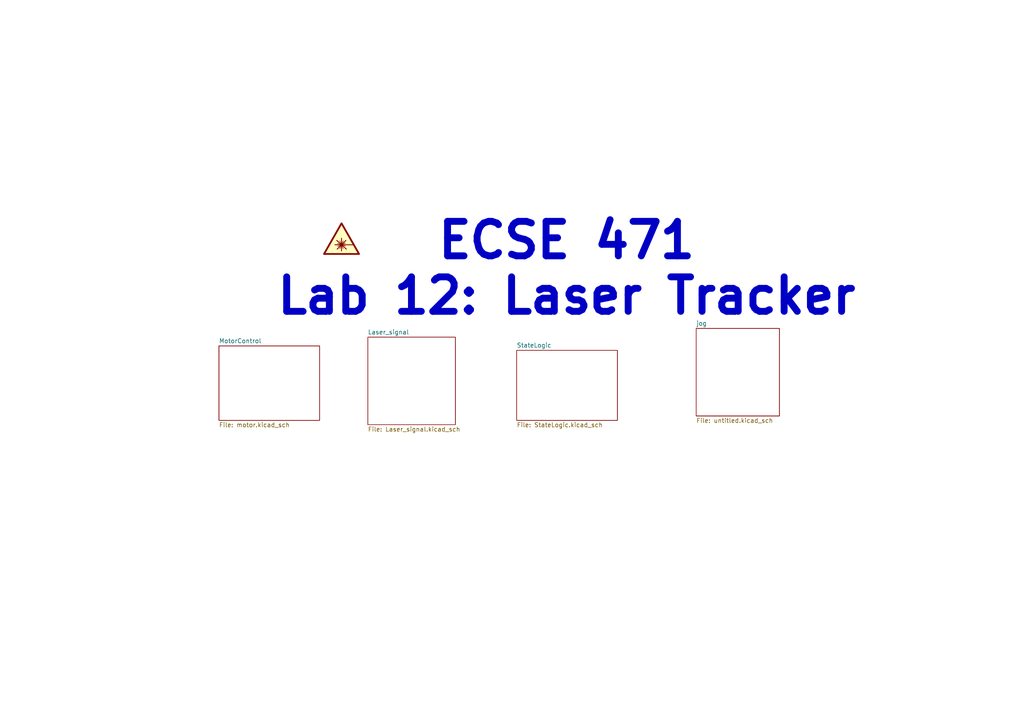
<source format=kicad_sch>
(kicad_sch (version 20231120) (generator "eeschema") (generator_version "8.0")
  (paper "A4")
  (title_block (company "CWRU") (comment 1 "Drawn by: Toby Cowles"))
  (lib_symbols
    (symbol "Graphic:SYM_LASER_Large" (in_bom no) (on_board no)
      (symbol "SYM_LASER_Large_0_1"
        (polyline (pts (xy -1.905 -2.413) (xy 3.556 -2.413)) (stroke (width 0.254)))
        (polyline (pts (xy -1.27 -3.683) (xy 1.27 -1.143)) (stroke (width 0.254)))
        (polyline (pts (xy -1.143 -2.921) (xy 1.143 -1.905)))
        (polyline (pts (xy -1.143 -2.032) (xy 1.143 -2.794)))
        (polyline (pts (xy -0.508 -1.27) (xy 0.508 -3.556)))
        (polyline (pts (xy 0 -4.191) (xy 0 -0.508)) (stroke (width 0.254)))
        (polyline (pts (xy 0.508 -1.27) (xy -0.508 -3.556)))
        (polyline (pts (xy 1.397 -3.683) (xy -1.397 -1.143)) (stroke (width 0.254)))
        (polyline (pts (xy -5.08 -5.08) (xy 5.08 -5.08) (xy 0 3.81) (xy -5.08 -5.08)) (stroke (width 0.508)) (fill (type background)))
      )
    )
  )
  (text "ECSE 471\nLab 12: Laser Tracker" (at 164.338 77.978 0) (effects (font (size 10 10) (thickness 2) (bold yes))))
  (symbol (lib_id "Graphic:SYM_LASER_Large") (at 99.06 68.58 0) (unit 1) (exclude_from_sim yes) (in_bom no) (on_board no)
    (property "Reference" "#SYM1" (effects (hide yes)))
    (property "Value" "SYM_LASER_Large" (effects (hide yes)))
    (property "Description" "Laser radiation warning symbol, large" (effects (hide yes)))
  )
  (sheet (at 149.86 101.6) (size 29.21 20.32) (stroke (width 0.1524))
    (property "Sheetname" "StateLogic" (at 149.86 100.8884 0) (effects (justify left bottom)))
    (property "Sheetfile" "StateLogic.kicad_sch" (at 149.86 122.5046 0) (effects (justify left top)))
  )
  (sheet (at 63.5 100.33) (size 29.21 21.59) (stroke (width 0.1524))
    (property "Sheetname" "MotorControl" (at 63.5 99.6184 0) (effects (justify left bottom)))
    (property "Sheetfile" "motor.kicad_sch" (at 63.5 122.5046 0) (effects (justify left top)))
  )
  (sheet (at 201.93 95.25) (size 24.13 25.4) (stroke (width 0.1524))
    (property "Sheetname" "jog" (at 201.93 94.5384 0) (effects (justify left bottom)))
    (property "Sheetfile" "untitled.kicad_sch" (at 201.93 121.2346 0) (effects (justify left top)))
  )
  (sheet (at 106.68 97.79) (size 25.4 25.4) (stroke (width 0.1524))
    (property "Sheetname" "Laser_signal" (at 106.68 97.0784 0) (effects (justify left bottom)))
    (property "Sheetfile" "Laser_signal.kicad_sch" (at 106.68 123.7746 0) (effects (justify left top)))
  )
)
</source>
